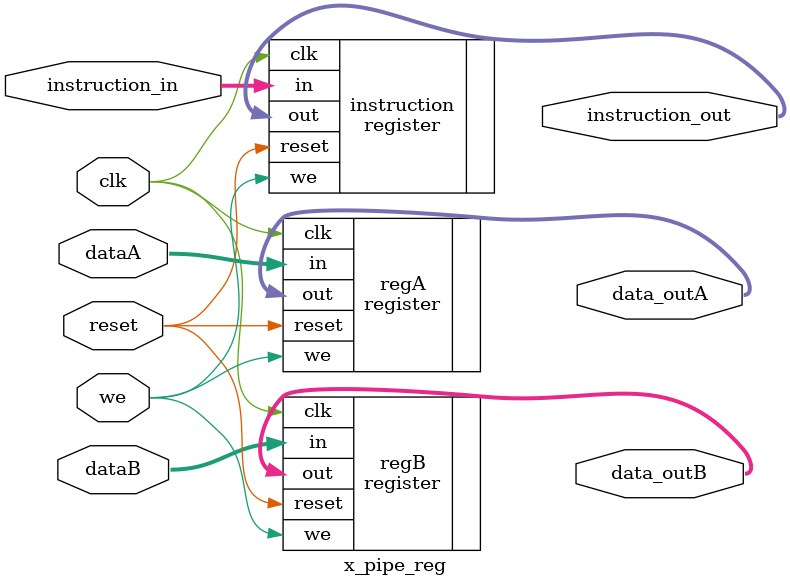
<source format=v>
module x_pipe_reg (dataA,dataB,we, clk,reset,data_outA,data_outB,instruction_in,instruction_out);

input clk,we,reset;
input[31:0]dataA,dataB,instruction_in;
output[31:0]data_outA,data_outB,instruction_out;

register regA (.in(dataA), .clk(clk),.we(we), .reset(reset),.out(data_outA));
register regB (.in(dataB), .clk(clk),.we(we), .reset(reset),.out(data_outB));
register instruction (.in(instruction_in), .clk(clk),.we(we), .reset(reset),.out(instruction_out));

endmodule
</source>
